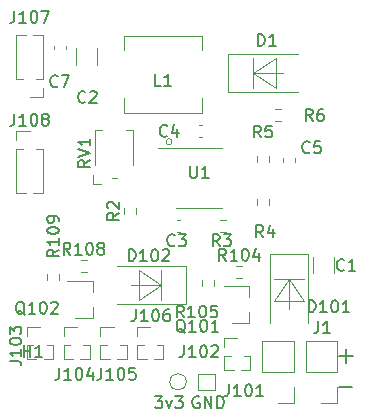
<source format=gbr>
%TF.GenerationSoftware,KiCad,Pcbnew,(5.1.9)-1*%
%TF.CreationDate,2021-12-28T23:28:00-05:00*%
%TF.ProjectId,vr15,76723135-2e6b-4696-9361-645f70636258,rev?*%
%TF.SameCoordinates,Original*%
%TF.FileFunction,Legend,Top*%
%TF.FilePolarity,Positive*%
%FSLAX46Y46*%
G04 Gerber Fmt 4.6, Leading zero omitted, Abs format (unit mm)*
G04 Created by KiCad (PCBNEW (5.1.9)-1) date 2021-12-28 23:28:00*
%MOMM*%
%LPD*%
G01*
G04 APERTURE LIST*
%ADD10C,0.150000*%
%ADD11C,0.120000*%
G04 APERTURE END LIST*
D10*
X99647523Y-118070380D02*
X100266571Y-118070380D01*
X99933238Y-118451333D01*
X100076095Y-118451333D01*
X100171333Y-118498952D01*
X100218952Y-118546571D01*
X100266571Y-118641809D01*
X100266571Y-118879904D01*
X100218952Y-118975142D01*
X100171333Y-119022761D01*
X100076095Y-119070380D01*
X99790380Y-119070380D01*
X99695142Y-119022761D01*
X99647523Y-118975142D01*
X100599904Y-118403714D02*
X100838000Y-119070380D01*
X101076095Y-118403714D01*
X101361809Y-118070380D02*
X101980857Y-118070380D01*
X101647523Y-118451333D01*
X101790380Y-118451333D01*
X101885619Y-118498952D01*
X101933238Y-118546571D01*
X101980857Y-118641809D01*
X101980857Y-118879904D01*
X101933238Y-118975142D01*
X101885619Y-119022761D01*
X101790380Y-119070380D01*
X101504666Y-119070380D01*
X101409428Y-119022761D01*
X101361809Y-118975142D01*
X103378095Y-118118000D02*
X103282857Y-118070380D01*
X103140000Y-118070380D01*
X102997142Y-118118000D01*
X102901904Y-118213238D01*
X102854285Y-118308476D01*
X102806666Y-118498952D01*
X102806666Y-118641809D01*
X102854285Y-118832285D01*
X102901904Y-118927523D01*
X102997142Y-119022761D01*
X103140000Y-119070380D01*
X103235238Y-119070380D01*
X103378095Y-119022761D01*
X103425714Y-118975142D01*
X103425714Y-118641809D01*
X103235238Y-118641809D01*
X103854285Y-119070380D02*
X103854285Y-118070380D01*
X104425714Y-119070380D01*
X104425714Y-118070380D01*
X104901904Y-119070380D02*
X104901904Y-118070380D01*
X105140000Y-118070380D01*
X105282857Y-118118000D01*
X105378095Y-118213238D01*
X105425714Y-118308476D01*
X105473333Y-118498952D01*
X105473333Y-118641809D01*
X105425714Y-118832285D01*
X105378095Y-118927523D01*
X105282857Y-119022761D01*
X105140000Y-119070380D01*
X104901904Y-119070380D01*
X115189071Y-117264642D02*
X116331928Y-117264642D01*
X115252571Y-114661142D02*
X116395428Y-114661142D01*
X115824000Y-115232571D02*
X115824000Y-114089714D01*
D11*
%TO.C,J107*%
X90137000Y-92708000D02*
X89027000Y-92708000D01*
X90137000Y-91948000D02*
X90137000Y-92708000D01*
X88463529Y-91188000D02*
X87917000Y-91188000D01*
X90137000Y-91188000D02*
X89590471Y-91188000D01*
X87917000Y-91188000D02*
X87917000Y-87443000D01*
X90137000Y-91188000D02*
X90137000Y-87443000D01*
X88719470Y-87443000D02*
X87917000Y-87443000D01*
X90137000Y-87443000D02*
X89334530Y-87443000D01*
%TO.C,TP2*%
X103300000Y-117540000D02*
X103300000Y-116140000D01*
X104700000Y-117540000D02*
X103300000Y-117540000D01*
X104700000Y-116140000D02*
X104700000Y-117540000D01*
X103300000Y-116140000D02*
X104700000Y-116140000D01*
%TO.C,TP1*%
X102300000Y-116840000D02*
G75*
G03*
X102300000Y-116840000I-700000J0D01*
G01*
%TO.C,RV1*%
X94402500Y-100062000D02*
X95102500Y-100062000D01*
X94402500Y-99362000D02*
X94402500Y-100062000D01*
X97802500Y-95562000D02*
X97202500Y-95562000D01*
X97802500Y-98462000D02*
X97802500Y-95562000D01*
X94602500Y-95562000D02*
X95202500Y-95562000D01*
X94602500Y-98462000D02*
X94602500Y-95562000D01*
X96002500Y-99562000D02*
X96402500Y-99562000D01*
%TO.C,U1*%
X101092000Y-96520000D02*
G75*
G03*
X101092000Y-96520000I-254000J0D01*
G01*
X103378000Y-102128000D02*
X105328000Y-102128000D01*
X103378000Y-102128000D02*
X101428000Y-102128000D01*
X103378000Y-97008000D02*
X105328000Y-97008000D01*
X103378000Y-97008000D02*
X99928000Y-97008000D01*
%TO.C,D102*%
X102281000Y-107063500D02*
X96421000Y-107063500D01*
X102281000Y-110233500D02*
X102281000Y-107063500D01*
X96421000Y-110233500D02*
X102281000Y-110233500D01*
X100191000Y-107378500D02*
X100191000Y-109918500D01*
X100191000Y-108648500D02*
X98286000Y-109918500D01*
X98286000Y-109918500D02*
X98286000Y-107378500D01*
X98286000Y-107378500D02*
X100191000Y-108648500D01*
X100191000Y-108648500D02*
X97651000Y-108648500D01*
%TO.C,D101*%
X109413000Y-106038500D02*
X109413000Y-111898500D01*
X112583000Y-106038500D02*
X109413000Y-106038500D01*
X112583000Y-111898500D02*
X112583000Y-106038500D01*
X109728000Y-108128500D02*
X112268000Y-108128500D01*
X110998000Y-108128500D02*
X112268000Y-110033500D01*
X112268000Y-110033500D02*
X109728000Y-110033500D01*
X109728000Y-110033500D02*
X110998000Y-108128500D01*
X110998000Y-108128500D02*
X110998000Y-110668500D01*
%TO.C,D1*%
X105860000Y-92263000D02*
X111720000Y-92263000D01*
X105860000Y-89093000D02*
X105860000Y-92263000D01*
X111720000Y-89093000D02*
X105860000Y-89093000D01*
X107950000Y-91948000D02*
X107950000Y-89408000D01*
X107950000Y-90678000D02*
X109855000Y-89408000D01*
X109855000Y-89408000D02*
X109855000Y-91948000D01*
X109855000Y-91948000D02*
X107950000Y-90678000D01*
X107950000Y-90678000D02*
X110490000Y-90678000D01*
%TO.C,J101*%
X111375500Y-118614500D02*
X110045500Y-118614500D01*
X111375500Y-117284500D02*
X111375500Y-118614500D01*
X111375500Y-116014500D02*
X108715500Y-116014500D01*
X108715500Y-116014500D02*
X108715500Y-113414500D01*
X111375500Y-116014500D02*
X111375500Y-113414500D01*
X111375500Y-113414500D02*
X108715500Y-113414500D01*
%TO.C,J102*%
X105506500Y-113095500D02*
X106616500Y-113095500D01*
X105506500Y-113855500D02*
X105506500Y-113095500D01*
X107179971Y-114615500D02*
X107726500Y-114615500D01*
X105506500Y-114615500D02*
X106053029Y-114615500D01*
X107726500Y-114615500D02*
X107726500Y-115820500D01*
X105506500Y-114615500D02*
X105506500Y-115820500D01*
X106924030Y-115820500D02*
X107726500Y-115820500D01*
X105506500Y-115820500D02*
X106308970Y-115820500D01*
%TO.C,J106*%
X98140500Y-112206500D02*
X99250500Y-112206500D01*
X98140500Y-112966500D02*
X98140500Y-112206500D01*
X99813971Y-113726500D02*
X100360500Y-113726500D01*
X98140500Y-113726500D02*
X98687029Y-113726500D01*
X100360500Y-113726500D02*
X100360500Y-114931500D01*
X98140500Y-113726500D02*
X98140500Y-114931500D01*
X99558030Y-114931500D02*
X100360500Y-114931500D01*
X98140500Y-114931500D02*
X98942970Y-114931500D01*
%TO.C,J105*%
X95029000Y-112206500D02*
X96139000Y-112206500D01*
X95029000Y-112966500D02*
X95029000Y-112206500D01*
X96702471Y-113726500D02*
X97249000Y-113726500D01*
X95029000Y-113726500D02*
X95575529Y-113726500D01*
X97249000Y-113726500D02*
X97249000Y-114931500D01*
X95029000Y-113726500D02*
X95029000Y-114931500D01*
X96446530Y-114931500D02*
X97249000Y-114931500D01*
X95029000Y-114931500D02*
X95831470Y-114931500D01*
%TO.C,J104*%
X91917500Y-112206500D02*
X93027500Y-112206500D01*
X91917500Y-112966500D02*
X91917500Y-112206500D01*
X93590971Y-113726500D02*
X94137500Y-113726500D01*
X91917500Y-113726500D02*
X92464029Y-113726500D01*
X94137500Y-113726500D02*
X94137500Y-114931500D01*
X91917500Y-113726500D02*
X91917500Y-114931500D01*
X93335030Y-114931500D02*
X94137500Y-114931500D01*
X91917500Y-114931500D02*
X92719970Y-114931500D01*
%TO.C,J103*%
X88806000Y-112206500D02*
X89916000Y-112206500D01*
X88806000Y-112966500D02*
X88806000Y-112206500D01*
X90479471Y-113726500D02*
X91026000Y-113726500D01*
X88806000Y-113726500D02*
X89352529Y-113726500D01*
X91026000Y-113726500D02*
X91026000Y-114931500D01*
X88806000Y-113726500D02*
X88806000Y-114931500D01*
X90223530Y-114931500D02*
X91026000Y-114931500D01*
X88806000Y-114931500D02*
X89608470Y-114931500D01*
%TO.C,L1*%
X103605000Y-92819500D02*
X103605000Y-94080000D01*
X103605000Y-94080000D02*
X97055000Y-94080000D01*
X97055000Y-94080000D02*
X97055000Y-92819500D01*
X103605000Y-88790500D02*
X103605000Y-87530000D01*
X103605000Y-87530000D02*
X97055000Y-87530000D01*
X97055000Y-87530000D02*
X97055000Y-88790500D01*
%TO.C,J1*%
X115058500Y-113414500D02*
X112398500Y-113414500D01*
X115058500Y-116014500D02*
X115058500Y-113414500D01*
X112398500Y-116014500D02*
X112398500Y-113414500D01*
X115058500Y-116014500D02*
X112398500Y-116014500D01*
X115058500Y-117284500D02*
X115058500Y-118614500D01*
X115058500Y-118614500D02*
X113728500Y-118614500D01*
%TO.C,R3*%
X105131776Y-103109500D02*
X105641224Y-103109500D01*
X105131776Y-104154500D02*
X105641224Y-104154500D01*
%TO.C,R2*%
X98058500Y-102107276D02*
X98058500Y-102616724D01*
X97013500Y-102107276D02*
X97013500Y-102616724D01*
%TO.C,R4*%
X109298000Y-101368776D02*
X109298000Y-101878224D01*
X108253000Y-101368776D02*
X108253000Y-101878224D01*
%TO.C,R6*%
X109814276Y-93711500D02*
X110323724Y-93711500D01*
X109814276Y-94756500D02*
X110323724Y-94756500D01*
%TO.C,R5*%
X108253000Y-98258724D02*
X108253000Y-97749276D01*
X109298000Y-98258724D02*
X109298000Y-97749276D01*
%TO.C,J108*%
X87917000Y-100898000D02*
X88719470Y-100898000D01*
X89334530Y-100898000D02*
X90137000Y-100898000D01*
X87917000Y-97153000D02*
X87917000Y-100898000D01*
X90137000Y-97153000D02*
X90137000Y-100898000D01*
X87917000Y-97153000D02*
X88463529Y-97153000D01*
X89590471Y-97153000D02*
X90137000Y-97153000D01*
X87917000Y-96393000D02*
X87917000Y-95633000D01*
X87917000Y-95633000D02*
X89027000Y-95633000D01*
%TO.C,C7*%
X91057000Y-88702267D02*
X91057000Y-88409733D01*
X92077000Y-88702267D02*
X92077000Y-88409733D01*
%TO.C,C2*%
X92943000Y-89992252D02*
X92943000Y-88569748D01*
X94763000Y-89992252D02*
X94763000Y-88569748D01*
%TO.C,C3*%
X101480233Y-103122000D02*
X101772767Y-103122000D01*
X101480233Y-104142000D02*
X101772767Y-104142000D01*
%TO.C,C4*%
X103651267Y-96141000D02*
X103358733Y-96141000D01*
X103651267Y-95121000D02*
X103358733Y-95121000D01*
%TO.C,C1*%
X113009000Y-107670252D02*
X113009000Y-106247748D01*
X114829000Y-107670252D02*
X114829000Y-106247748D01*
%TO.C,C5*%
X110488000Y-98190267D02*
X110488000Y-97897733D01*
X111508000Y-98190267D02*
X111508000Y-97897733D01*
%TO.C,R108*%
X93344276Y-106538500D02*
X93853724Y-106538500D01*
X93344276Y-107583500D02*
X93853724Y-107583500D01*
%TO.C,R104*%
X106528776Y-107046500D02*
X107038224Y-107046500D01*
X106528776Y-108091500D02*
X107038224Y-108091500D01*
%TO.C,R109*%
X90473000Y-108228224D02*
X90473000Y-107718776D01*
X91518000Y-108228224D02*
X91518000Y-107718776D01*
%TO.C,R105*%
X104662500Y-108203276D02*
X104662500Y-108712724D01*
X103617500Y-108203276D02*
X103617500Y-108712724D01*
%TO.C,Q102*%
X94375000Y-111435000D02*
X94375000Y-110505000D01*
X94375000Y-108275000D02*
X94375000Y-109205000D01*
X94375000Y-108275000D02*
X92215000Y-108275000D01*
X94375000Y-111435000D02*
X92915000Y-111435000D01*
%TO.C,Q101*%
X107614500Y-111877000D02*
X107614500Y-110947000D01*
X107614500Y-108717000D02*
X107614500Y-109647000D01*
X107614500Y-108717000D02*
X105454500Y-108717000D01*
X107614500Y-111877000D02*
X106154500Y-111877000D01*
%TO.C,H1*%
D10*
X88519095Y-114727380D02*
X88519095Y-113727380D01*
X88519095Y-114203571D02*
X89090523Y-114203571D01*
X89090523Y-114727380D02*
X89090523Y-113727380D01*
X90090523Y-114727380D02*
X89519095Y-114727380D01*
X89804809Y-114727380D02*
X89804809Y-113727380D01*
X89709571Y-113870238D01*
X89614333Y-113965476D01*
X89519095Y-114013095D01*
%TO.C,J107*%
X87741285Y-85431380D02*
X87741285Y-86145666D01*
X87693666Y-86288523D01*
X87598428Y-86383761D01*
X87455571Y-86431380D01*
X87360333Y-86431380D01*
X88741285Y-86431380D02*
X88169857Y-86431380D01*
X88455571Y-86431380D02*
X88455571Y-85431380D01*
X88360333Y-85574238D01*
X88265095Y-85669476D01*
X88169857Y-85717095D01*
X89360333Y-85431380D02*
X89455571Y-85431380D01*
X89550809Y-85479000D01*
X89598428Y-85526619D01*
X89646047Y-85621857D01*
X89693666Y-85812333D01*
X89693666Y-86050428D01*
X89646047Y-86240904D01*
X89598428Y-86336142D01*
X89550809Y-86383761D01*
X89455571Y-86431380D01*
X89360333Y-86431380D01*
X89265095Y-86383761D01*
X89217476Y-86336142D01*
X89169857Y-86240904D01*
X89122238Y-86050428D01*
X89122238Y-85812333D01*
X89169857Y-85621857D01*
X89217476Y-85526619D01*
X89265095Y-85479000D01*
X89360333Y-85431380D01*
X90027000Y-85431380D02*
X90693666Y-85431380D01*
X90265095Y-86431380D01*
%TO.C,RV1*%
X94154880Y-98057238D02*
X93678690Y-98390571D01*
X94154880Y-98628666D02*
X93154880Y-98628666D01*
X93154880Y-98247714D01*
X93202500Y-98152476D01*
X93250119Y-98104857D01*
X93345357Y-98057238D01*
X93488214Y-98057238D01*
X93583452Y-98104857D01*
X93631071Y-98152476D01*
X93678690Y-98247714D01*
X93678690Y-98628666D01*
X93154880Y-97771523D02*
X94154880Y-97438190D01*
X93154880Y-97104857D01*
X94154880Y-96247714D02*
X94154880Y-96819142D01*
X94154880Y-96533428D02*
X93154880Y-96533428D01*
X93297738Y-96628666D01*
X93392976Y-96723904D01*
X93440595Y-96819142D01*
%TO.C,U1*%
X102616095Y-98575880D02*
X102616095Y-99385404D01*
X102663714Y-99480642D01*
X102711333Y-99528261D01*
X102806571Y-99575880D01*
X102997047Y-99575880D01*
X103092285Y-99528261D01*
X103139904Y-99480642D01*
X103187523Y-99385404D01*
X103187523Y-98575880D01*
X104187523Y-99575880D02*
X103616095Y-99575880D01*
X103901809Y-99575880D02*
X103901809Y-98575880D01*
X103806571Y-98718738D01*
X103711333Y-98813976D01*
X103616095Y-98861595D01*
%TO.C,D102*%
X97433023Y-106624380D02*
X97433023Y-105624380D01*
X97671119Y-105624380D01*
X97813976Y-105672000D01*
X97909214Y-105767238D01*
X97956833Y-105862476D01*
X98004452Y-106052952D01*
X98004452Y-106195809D01*
X97956833Y-106386285D01*
X97909214Y-106481523D01*
X97813976Y-106576761D01*
X97671119Y-106624380D01*
X97433023Y-106624380D01*
X98956833Y-106624380D02*
X98385404Y-106624380D01*
X98671119Y-106624380D02*
X98671119Y-105624380D01*
X98575880Y-105767238D01*
X98480642Y-105862476D01*
X98385404Y-105910095D01*
X99575880Y-105624380D02*
X99671119Y-105624380D01*
X99766357Y-105672000D01*
X99813976Y-105719619D01*
X99861595Y-105814857D01*
X99909214Y-106005333D01*
X99909214Y-106243428D01*
X99861595Y-106433904D01*
X99813976Y-106529142D01*
X99766357Y-106576761D01*
X99671119Y-106624380D01*
X99575880Y-106624380D01*
X99480642Y-106576761D01*
X99433023Y-106529142D01*
X99385404Y-106433904D01*
X99337785Y-106243428D01*
X99337785Y-106005333D01*
X99385404Y-105814857D01*
X99433023Y-105719619D01*
X99480642Y-105672000D01*
X99575880Y-105624380D01*
X100290166Y-105719619D02*
X100337785Y-105672000D01*
X100433023Y-105624380D01*
X100671119Y-105624380D01*
X100766357Y-105672000D01*
X100813976Y-105719619D01*
X100861595Y-105814857D01*
X100861595Y-105910095D01*
X100813976Y-106052952D01*
X100242547Y-106624380D01*
X100861595Y-106624380D01*
%TO.C,D101*%
X112673023Y-110942380D02*
X112673023Y-109942380D01*
X112911119Y-109942380D01*
X113053976Y-109990000D01*
X113149214Y-110085238D01*
X113196833Y-110180476D01*
X113244452Y-110370952D01*
X113244452Y-110513809D01*
X113196833Y-110704285D01*
X113149214Y-110799523D01*
X113053976Y-110894761D01*
X112911119Y-110942380D01*
X112673023Y-110942380D01*
X114196833Y-110942380D02*
X113625404Y-110942380D01*
X113911119Y-110942380D02*
X113911119Y-109942380D01*
X113815880Y-110085238D01*
X113720642Y-110180476D01*
X113625404Y-110228095D01*
X114815880Y-109942380D02*
X114911119Y-109942380D01*
X115006357Y-109990000D01*
X115053976Y-110037619D01*
X115101595Y-110132857D01*
X115149214Y-110323333D01*
X115149214Y-110561428D01*
X115101595Y-110751904D01*
X115053976Y-110847142D01*
X115006357Y-110894761D01*
X114911119Y-110942380D01*
X114815880Y-110942380D01*
X114720642Y-110894761D01*
X114673023Y-110847142D01*
X114625404Y-110751904D01*
X114577785Y-110561428D01*
X114577785Y-110323333D01*
X114625404Y-110132857D01*
X114673023Y-110037619D01*
X114720642Y-109990000D01*
X114815880Y-109942380D01*
X116101595Y-110942380D02*
X115530166Y-110942380D01*
X115815880Y-110942380D02*
X115815880Y-109942380D01*
X115720642Y-110085238D01*
X115625404Y-110180476D01*
X115530166Y-110228095D01*
%TO.C,D1*%
X108366904Y-88399880D02*
X108366904Y-87399880D01*
X108605000Y-87399880D01*
X108747857Y-87447500D01*
X108843095Y-87542738D01*
X108890714Y-87637976D01*
X108938333Y-87828452D01*
X108938333Y-87971309D01*
X108890714Y-88161785D01*
X108843095Y-88257023D01*
X108747857Y-88352261D01*
X108605000Y-88399880D01*
X108366904Y-88399880D01*
X109890714Y-88399880D02*
X109319285Y-88399880D01*
X109605000Y-88399880D02*
X109605000Y-87399880D01*
X109509761Y-87542738D01*
X109414523Y-87637976D01*
X109319285Y-87685595D01*
%TO.C,J101*%
X105902285Y-117054380D02*
X105902285Y-117768666D01*
X105854666Y-117911523D01*
X105759428Y-118006761D01*
X105616571Y-118054380D01*
X105521333Y-118054380D01*
X106902285Y-118054380D02*
X106330857Y-118054380D01*
X106616571Y-118054380D02*
X106616571Y-117054380D01*
X106521333Y-117197238D01*
X106426095Y-117292476D01*
X106330857Y-117340095D01*
X107521333Y-117054380D02*
X107616571Y-117054380D01*
X107711809Y-117102000D01*
X107759428Y-117149619D01*
X107807047Y-117244857D01*
X107854666Y-117435333D01*
X107854666Y-117673428D01*
X107807047Y-117863904D01*
X107759428Y-117959142D01*
X107711809Y-118006761D01*
X107616571Y-118054380D01*
X107521333Y-118054380D01*
X107426095Y-118006761D01*
X107378476Y-117959142D01*
X107330857Y-117863904D01*
X107283238Y-117673428D01*
X107283238Y-117435333D01*
X107330857Y-117244857D01*
X107378476Y-117149619D01*
X107426095Y-117102000D01*
X107521333Y-117054380D01*
X108807047Y-118054380D02*
X108235619Y-118054380D01*
X108521333Y-118054380D02*
X108521333Y-117054380D01*
X108426095Y-117197238D01*
X108330857Y-117292476D01*
X108235619Y-117340095D01*
%TO.C,J102*%
X102092285Y-113752380D02*
X102092285Y-114466666D01*
X102044666Y-114609523D01*
X101949428Y-114704761D01*
X101806571Y-114752380D01*
X101711333Y-114752380D01*
X103092285Y-114752380D02*
X102520857Y-114752380D01*
X102806571Y-114752380D02*
X102806571Y-113752380D01*
X102711333Y-113895238D01*
X102616095Y-113990476D01*
X102520857Y-114038095D01*
X103711333Y-113752380D02*
X103806571Y-113752380D01*
X103901809Y-113800000D01*
X103949428Y-113847619D01*
X103997047Y-113942857D01*
X104044666Y-114133333D01*
X104044666Y-114371428D01*
X103997047Y-114561904D01*
X103949428Y-114657142D01*
X103901809Y-114704761D01*
X103806571Y-114752380D01*
X103711333Y-114752380D01*
X103616095Y-114704761D01*
X103568476Y-114657142D01*
X103520857Y-114561904D01*
X103473238Y-114371428D01*
X103473238Y-114133333D01*
X103520857Y-113942857D01*
X103568476Y-113847619D01*
X103616095Y-113800000D01*
X103711333Y-113752380D01*
X104425619Y-113847619D02*
X104473238Y-113800000D01*
X104568476Y-113752380D01*
X104806571Y-113752380D01*
X104901809Y-113800000D01*
X104949428Y-113847619D01*
X104997047Y-113942857D01*
X104997047Y-114038095D01*
X104949428Y-114180952D01*
X104378000Y-114752380D01*
X104997047Y-114752380D01*
%TO.C,J106*%
X98028285Y-110704380D02*
X98028285Y-111418666D01*
X97980666Y-111561523D01*
X97885428Y-111656761D01*
X97742571Y-111704380D01*
X97647333Y-111704380D01*
X99028285Y-111704380D02*
X98456857Y-111704380D01*
X98742571Y-111704380D02*
X98742571Y-110704380D01*
X98647333Y-110847238D01*
X98552095Y-110942476D01*
X98456857Y-110990095D01*
X99647333Y-110704380D02*
X99742571Y-110704380D01*
X99837809Y-110752000D01*
X99885428Y-110799619D01*
X99933047Y-110894857D01*
X99980666Y-111085333D01*
X99980666Y-111323428D01*
X99933047Y-111513904D01*
X99885428Y-111609142D01*
X99837809Y-111656761D01*
X99742571Y-111704380D01*
X99647333Y-111704380D01*
X99552095Y-111656761D01*
X99504476Y-111609142D01*
X99456857Y-111513904D01*
X99409238Y-111323428D01*
X99409238Y-111085333D01*
X99456857Y-110894857D01*
X99504476Y-110799619D01*
X99552095Y-110752000D01*
X99647333Y-110704380D01*
X100837809Y-110704380D02*
X100647333Y-110704380D01*
X100552095Y-110752000D01*
X100504476Y-110799619D01*
X100409238Y-110942476D01*
X100361619Y-111132952D01*
X100361619Y-111513904D01*
X100409238Y-111609142D01*
X100456857Y-111656761D01*
X100552095Y-111704380D01*
X100742571Y-111704380D01*
X100837809Y-111656761D01*
X100885428Y-111609142D01*
X100933047Y-111513904D01*
X100933047Y-111275809D01*
X100885428Y-111180571D01*
X100837809Y-111132952D01*
X100742571Y-111085333D01*
X100552095Y-111085333D01*
X100456857Y-111132952D01*
X100409238Y-111180571D01*
X100361619Y-111275809D01*
%TO.C,J105*%
X95107285Y-115657380D02*
X95107285Y-116371666D01*
X95059666Y-116514523D01*
X94964428Y-116609761D01*
X94821571Y-116657380D01*
X94726333Y-116657380D01*
X96107285Y-116657380D02*
X95535857Y-116657380D01*
X95821571Y-116657380D02*
X95821571Y-115657380D01*
X95726333Y-115800238D01*
X95631095Y-115895476D01*
X95535857Y-115943095D01*
X96726333Y-115657380D02*
X96821571Y-115657380D01*
X96916809Y-115705000D01*
X96964428Y-115752619D01*
X97012047Y-115847857D01*
X97059666Y-116038333D01*
X97059666Y-116276428D01*
X97012047Y-116466904D01*
X96964428Y-116562142D01*
X96916809Y-116609761D01*
X96821571Y-116657380D01*
X96726333Y-116657380D01*
X96631095Y-116609761D01*
X96583476Y-116562142D01*
X96535857Y-116466904D01*
X96488238Y-116276428D01*
X96488238Y-116038333D01*
X96535857Y-115847857D01*
X96583476Y-115752619D01*
X96631095Y-115705000D01*
X96726333Y-115657380D01*
X97964428Y-115657380D02*
X97488238Y-115657380D01*
X97440619Y-116133571D01*
X97488238Y-116085952D01*
X97583476Y-116038333D01*
X97821571Y-116038333D01*
X97916809Y-116085952D01*
X97964428Y-116133571D01*
X98012047Y-116228809D01*
X98012047Y-116466904D01*
X97964428Y-116562142D01*
X97916809Y-116609761D01*
X97821571Y-116657380D01*
X97583476Y-116657380D01*
X97488238Y-116609761D01*
X97440619Y-116562142D01*
%TO.C,J104*%
X91551285Y-115657380D02*
X91551285Y-116371666D01*
X91503666Y-116514523D01*
X91408428Y-116609761D01*
X91265571Y-116657380D01*
X91170333Y-116657380D01*
X92551285Y-116657380D02*
X91979857Y-116657380D01*
X92265571Y-116657380D02*
X92265571Y-115657380D01*
X92170333Y-115800238D01*
X92075095Y-115895476D01*
X91979857Y-115943095D01*
X93170333Y-115657380D02*
X93265571Y-115657380D01*
X93360809Y-115705000D01*
X93408428Y-115752619D01*
X93456047Y-115847857D01*
X93503666Y-116038333D01*
X93503666Y-116276428D01*
X93456047Y-116466904D01*
X93408428Y-116562142D01*
X93360809Y-116609761D01*
X93265571Y-116657380D01*
X93170333Y-116657380D01*
X93075095Y-116609761D01*
X93027476Y-116562142D01*
X92979857Y-116466904D01*
X92932238Y-116276428D01*
X92932238Y-116038333D01*
X92979857Y-115847857D01*
X93027476Y-115752619D01*
X93075095Y-115705000D01*
X93170333Y-115657380D01*
X94360809Y-115990714D02*
X94360809Y-116657380D01*
X94122714Y-115609761D02*
X93884619Y-116324047D01*
X94503666Y-116324047D01*
%TO.C,J103*%
X87336380Y-115077714D02*
X88050666Y-115077714D01*
X88193523Y-115125333D01*
X88288761Y-115220571D01*
X88336380Y-115363428D01*
X88336380Y-115458666D01*
X88336380Y-114077714D02*
X88336380Y-114649142D01*
X88336380Y-114363428D02*
X87336380Y-114363428D01*
X87479238Y-114458666D01*
X87574476Y-114553904D01*
X87622095Y-114649142D01*
X87336380Y-113458666D02*
X87336380Y-113363428D01*
X87384000Y-113268190D01*
X87431619Y-113220571D01*
X87526857Y-113172952D01*
X87717333Y-113125333D01*
X87955428Y-113125333D01*
X88145904Y-113172952D01*
X88241142Y-113220571D01*
X88288761Y-113268190D01*
X88336380Y-113363428D01*
X88336380Y-113458666D01*
X88288761Y-113553904D01*
X88241142Y-113601523D01*
X88145904Y-113649142D01*
X87955428Y-113696761D01*
X87717333Y-113696761D01*
X87526857Y-113649142D01*
X87431619Y-113601523D01*
X87384000Y-113553904D01*
X87336380Y-113458666D01*
X87336380Y-112792000D02*
X87336380Y-112172952D01*
X87717333Y-112506285D01*
X87717333Y-112363428D01*
X87764952Y-112268190D01*
X87812571Y-112220571D01*
X87907809Y-112172952D01*
X88145904Y-112172952D01*
X88241142Y-112220571D01*
X88288761Y-112268190D01*
X88336380Y-112363428D01*
X88336380Y-112649142D01*
X88288761Y-112744380D01*
X88241142Y-112792000D01*
%TO.C,L1*%
X100163333Y-91765380D02*
X99687142Y-91765380D01*
X99687142Y-90765380D01*
X101020476Y-91765380D02*
X100449047Y-91765380D01*
X100734761Y-91765380D02*
X100734761Y-90765380D01*
X100639523Y-90908238D01*
X100544285Y-91003476D01*
X100449047Y-91051095D01*
%TO.C,J1*%
X113458666Y-111720380D02*
X113458666Y-112434666D01*
X113411047Y-112577523D01*
X113315809Y-112672761D01*
X113172952Y-112720380D01*
X113077714Y-112720380D01*
X114458666Y-112720380D02*
X113887238Y-112720380D01*
X114172952Y-112720380D02*
X114172952Y-111720380D01*
X114077714Y-111863238D01*
X113982476Y-111958476D01*
X113887238Y-112006095D01*
%TO.C,R3*%
X105116333Y-105354380D02*
X104783000Y-104878190D01*
X104544904Y-105354380D02*
X104544904Y-104354380D01*
X104925857Y-104354380D01*
X105021095Y-104402000D01*
X105068714Y-104449619D01*
X105116333Y-104544857D01*
X105116333Y-104687714D01*
X105068714Y-104782952D01*
X105021095Y-104830571D01*
X104925857Y-104878190D01*
X104544904Y-104878190D01*
X105449666Y-104354380D02*
X106068714Y-104354380D01*
X105735380Y-104735333D01*
X105878238Y-104735333D01*
X105973476Y-104782952D01*
X106021095Y-104830571D01*
X106068714Y-104925809D01*
X106068714Y-105163904D01*
X106021095Y-105259142D01*
X105973476Y-105306761D01*
X105878238Y-105354380D01*
X105592523Y-105354380D01*
X105497285Y-105306761D01*
X105449666Y-105259142D01*
%TO.C,R2*%
X96591380Y-102528666D02*
X96115190Y-102862000D01*
X96591380Y-103100095D02*
X95591380Y-103100095D01*
X95591380Y-102719142D01*
X95639000Y-102623904D01*
X95686619Y-102576285D01*
X95781857Y-102528666D01*
X95924714Y-102528666D01*
X96019952Y-102576285D01*
X96067571Y-102623904D01*
X96115190Y-102719142D01*
X96115190Y-103100095D01*
X95686619Y-102147714D02*
X95639000Y-102100095D01*
X95591380Y-102004857D01*
X95591380Y-101766761D01*
X95639000Y-101671523D01*
X95686619Y-101623904D01*
X95781857Y-101576285D01*
X95877095Y-101576285D01*
X96019952Y-101623904D01*
X96591380Y-102195333D01*
X96591380Y-101576285D01*
%TO.C,R4*%
X108799333Y-104592380D02*
X108466000Y-104116190D01*
X108227904Y-104592380D02*
X108227904Y-103592380D01*
X108608857Y-103592380D01*
X108704095Y-103640000D01*
X108751714Y-103687619D01*
X108799333Y-103782857D01*
X108799333Y-103925714D01*
X108751714Y-104020952D01*
X108704095Y-104068571D01*
X108608857Y-104116190D01*
X108227904Y-104116190D01*
X109656476Y-103925714D02*
X109656476Y-104592380D01*
X109418380Y-103544761D02*
X109180285Y-104259047D01*
X109799333Y-104259047D01*
%TO.C,R6*%
X112990333Y-94749880D02*
X112657000Y-94273690D01*
X112418904Y-94749880D02*
X112418904Y-93749880D01*
X112799857Y-93749880D01*
X112895095Y-93797500D01*
X112942714Y-93845119D01*
X112990333Y-93940357D01*
X112990333Y-94083214D01*
X112942714Y-94178452D01*
X112895095Y-94226071D01*
X112799857Y-94273690D01*
X112418904Y-94273690D01*
X113847476Y-93749880D02*
X113657000Y-93749880D01*
X113561761Y-93797500D01*
X113514142Y-93845119D01*
X113418904Y-93987976D01*
X113371285Y-94178452D01*
X113371285Y-94559404D01*
X113418904Y-94654642D01*
X113466523Y-94702261D01*
X113561761Y-94749880D01*
X113752238Y-94749880D01*
X113847476Y-94702261D01*
X113895095Y-94654642D01*
X113942714Y-94559404D01*
X113942714Y-94321309D01*
X113895095Y-94226071D01*
X113847476Y-94178452D01*
X113752238Y-94130833D01*
X113561761Y-94130833D01*
X113466523Y-94178452D01*
X113418904Y-94226071D01*
X113371285Y-94321309D01*
%TO.C,R5*%
X108608833Y-96146880D02*
X108275500Y-95670690D01*
X108037404Y-96146880D02*
X108037404Y-95146880D01*
X108418357Y-95146880D01*
X108513595Y-95194500D01*
X108561214Y-95242119D01*
X108608833Y-95337357D01*
X108608833Y-95480214D01*
X108561214Y-95575452D01*
X108513595Y-95623071D01*
X108418357Y-95670690D01*
X108037404Y-95670690D01*
X109513595Y-95146880D02*
X109037404Y-95146880D01*
X108989785Y-95623071D01*
X109037404Y-95575452D01*
X109132642Y-95527833D01*
X109370738Y-95527833D01*
X109465976Y-95575452D01*
X109513595Y-95623071D01*
X109561214Y-95718309D01*
X109561214Y-95956404D01*
X109513595Y-96051642D01*
X109465976Y-96099261D01*
X109370738Y-96146880D01*
X109132642Y-96146880D01*
X109037404Y-96099261D01*
X108989785Y-96051642D01*
%TO.C,J108*%
X87741285Y-94150380D02*
X87741285Y-94864666D01*
X87693666Y-95007523D01*
X87598428Y-95102761D01*
X87455571Y-95150380D01*
X87360333Y-95150380D01*
X88741285Y-95150380D02*
X88169857Y-95150380D01*
X88455571Y-95150380D02*
X88455571Y-94150380D01*
X88360333Y-94293238D01*
X88265095Y-94388476D01*
X88169857Y-94436095D01*
X89360333Y-94150380D02*
X89455571Y-94150380D01*
X89550809Y-94198000D01*
X89598428Y-94245619D01*
X89646047Y-94340857D01*
X89693666Y-94531333D01*
X89693666Y-94769428D01*
X89646047Y-94959904D01*
X89598428Y-95055142D01*
X89550809Y-95102761D01*
X89455571Y-95150380D01*
X89360333Y-95150380D01*
X89265095Y-95102761D01*
X89217476Y-95055142D01*
X89169857Y-94959904D01*
X89122238Y-94769428D01*
X89122238Y-94531333D01*
X89169857Y-94340857D01*
X89217476Y-94245619D01*
X89265095Y-94198000D01*
X89360333Y-94150380D01*
X90265095Y-94578952D02*
X90169857Y-94531333D01*
X90122238Y-94483714D01*
X90074619Y-94388476D01*
X90074619Y-94340857D01*
X90122238Y-94245619D01*
X90169857Y-94198000D01*
X90265095Y-94150380D01*
X90455571Y-94150380D01*
X90550809Y-94198000D01*
X90598428Y-94245619D01*
X90646047Y-94340857D01*
X90646047Y-94388476D01*
X90598428Y-94483714D01*
X90550809Y-94531333D01*
X90455571Y-94578952D01*
X90265095Y-94578952D01*
X90169857Y-94626571D01*
X90122238Y-94674190D01*
X90074619Y-94769428D01*
X90074619Y-94959904D01*
X90122238Y-95055142D01*
X90169857Y-95102761D01*
X90265095Y-95150380D01*
X90455571Y-95150380D01*
X90550809Y-95102761D01*
X90598428Y-95055142D01*
X90646047Y-94959904D01*
X90646047Y-94769428D01*
X90598428Y-94674190D01*
X90550809Y-94626571D01*
X90455571Y-94578952D01*
%TO.C,C7*%
X91400333Y-91797142D02*
X91352714Y-91844761D01*
X91209857Y-91892380D01*
X91114619Y-91892380D01*
X90971761Y-91844761D01*
X90876523Y-91749523D01*
X90828904Y-91654285D01*
X90781285Y-91463809D01*
X90781285Y-91320952D01*
X90828904Y-91130476D01*
X90876523Y-91035238D01*
X90971761Y-90940000D01*
X91114619Y-90892380D01*
X91209857Y-90892380D01*
X91352714Y-90940000D01*
X91400333Y-90987619D01*
X91733666Y-90892380D02*
X92400333Y-90892380D01*
X91971761Y-91892380D01*
%TO.C,C2*%
X93749833Y-93130642D02*
X93702214Y-93178261D01*
X93559357Y-93225880D01*
X93464119Y-93225880D01*
X93321261Y-93178261D01*
X93226023Y-93083023D01*
X93178404Y-92987785D01*
X93130785Y-92797309D01*
X93130785Y-92654452D01*
X93178404Y-92463976D01*
X93226023Y-92368738D01*
X93321261Y-92273500D01*
X93464119Y-92225880D01*
X93559357Y-92225880D01*
X93702214Y-92273500D01*
X93749833Y-92321119D01*
X94130785Y-92321119D02*
X94178404Y-92273500D01*
X94273642Y-92225880D01*
X94511738Y-92225880D01*
X94606976Y-92273500D01*
X94654595Y-92321119D01*
X94702214Y-92416357D01*
X94702214Y-92511595D01*
X94654595Y-92654452D01*
X94083166Y-93225880D01*
X94702214Y-93225880D01*
%TO.C,C3*%
X101306333Y-105259142D02*
X101258714Y-105306761D01*
X101115857Y-105354380D01*
X101020619Y-105354380D01*
X100877761Y-105306761D01*
X100782523Y-105211523D01*
X100734904Y-105116285D01*
X100687285Y-104925809D01*
X100687285Y-104782952D01*
X100734904Y-104592476D01*
X100782523Y-104497238D01*
X100877761Y-104402000D01*
X101020619Y-104354380D01*
X101115857Y-104354380D01*
X101258714Y-104402000D01*
X101306333Y-104449619D01*
X101639666Y-104354380D02*
X102258714Y-104354380D01*
X101925380Y-104735333D01*
X102068238Y-104735333D01*
X102163476Y-104782952D01*
X102211095Y-104830571D01*
X102258714Y-104925809D01*
X102258714Y-105163904D01*
X102211095Y-105259142D01*
X102163476Y-105306761D01*
X102068238Y-105354380D01*
X101782523Y-105354380D01*
X101687285Y-105306761D01*
X101639666Y-105259142D01*
%TO.C,C4*%
X100671333Y-95988142D02*
X100623714Y-96035761D01*
X100480857Y-96083380D01*
X100385619Y-96083380D01*
X100242761Y-96035761D01*
X100147523Y-95940523D01*
X100099904Y-95845285D01*
X100052285Y-95654809D01*
X100052285Y-95511952D01*
X100099904Y-95321476D01*
X100147523Y-95226238D01*
X100242761Y-95131000D01*
X100385619Y-95083380D01*
X100480857Y-95083380D01*
X100623714Y-95131000D01*
X100671333Y-95178619D01*
X101528476Y-95416714D02*
X101528476Y-96083380D01*
X101290380Y-95035761D02*
X101052285Y-95750047D01*
X101671333Y-95750047D01*
%TO.C,C1*%
X115657333Y-107354642D02*
X115609714Y-107402261D01*
X115466857Y-107449880D01*
X115371619Y-107449880D01*
X115228761Y-107402261D01*
X115133523Y-107307023D01*
X115085904Y-107211785D01*
X115038285Y-107021309D01*
X115038285Y-106878452D01*
X115085904Y-106687976D01*
X115133523Y-106592738D01*
X115228761Y-106497500D01*
X115371619Y-106449880D01*
X115466857Y-106449880D01*
X115609714Y-106497500D01*
X115657333Y-106545119D01*
X116609714Y-107449880D02*
X116038285Y-107449880D01*
X116324000Y-107449880D02*
X116324000Y-106449880D01*
X116228761Y-106592738D01*
X116133523Y-106687976D01*
X116038285Y-106735595D01*
%TO.C,C5*%
X112736333Y-97385142D02*
X112688714Y-97432761D01*
X112545857Y-97480380D01*
X112450619Y-97480380D01*
X112307761Y-97432761D01*
X112212523Y-97337523D01*
X112164904Y-97242285D01*
X112117285Y-97051809D01*
X112117285Y-96908952D01*
X112164904Y-96718476D01*
X112212523Y-96623238D01*
X112307761Y-96528000D01*
X112450619Y-96480380D01*
X112545857Y-96480380D01*
X112688714Y-96528000D01*
X112736333Y-96575619D01*
X113641095Y-96480380D02*
X113164904Y-96480380D01*
X113117285Y-96956571D01*
X113164904Y-96908952D01*
X113260142Y-96861333D01*
X113498238Y-96861333D01*
X113593476Y-96908952D01*
X113641095Y-96956571D01*
X113688714Y-97051809D01*
X113688714Y-97289904D01*
X113641095Y-97385142D01*
X113593476Y-97432761D01*
X113498238Y-97480380D01*
X113260142Y-97480380D01*
X113164904Y-97432761D01*
X113117285Y-97385142D01*
%TO.C,R108*%
X92479952Y-106083380D02*
X92146619Y-105607190D01*
X91908523Y-106083380D02*
X91908523Y-105083380D01*
X92289476Y-105083380D01*
X92384714Y-105131000D01*
X92432333Y-105178619D01*
X92479952Y-105273857D01*
X92479952Y-105416714D01*
X92432333Y-105511952D01*
X92384714Y-105559571D01*
X92289476Y-105607190D01*
X91908523Y-105607190D01*
X93432333Y-106083380D02*
X92860904Y-106083380D01*
X93146619Y-106083380D02*
X93146619Y-105083380D01*
X93051380Y-105226238D01*
X92956142Y-105321476D01*
X92860904Y-105369095D01*
X94051380Y-105083380D02*
X94146619Y-105083380D01*
X94241857Y-105131000D01*
X94289476Y-105178619D01*
X94337095Y-105273857D01*
X94384714Y-105464333D01*
X94384714Y-105702428D01*
X94337095Y-105892904D01*
X94289476Y-105988142D01*
X94241857Y-106035761D01*
X94146619Y-106083380D01*
X94051380Y-106083380D01*
X93956142Y-106035761D01*
X93908523Y-105988142D01*
X93860904Y-105892904D01*
X93813285Y-105702428D01*
X93813285Y-105464333D01*
X93860904Y-105273857D01*
X93908523Y-105178619D01*
X93956142Y-105131000D01*
X94051380Y-105083380D01*
X94956142Y-105511952D02*
X94860904Y-105464333D01*
X94813285Y-105416714D01*
X94765666Y-105321476D01*
X94765666Y-105273857D01*
X94813285Y-105178619D01*
X94860904Y-105131000D01*
X94956142Y-105083380D01*
X95146619Y-105083380D01*
X95241857Y-105131000D01*
X95289476Y-105178619D01*
X95337095Y-105273857D01*
X95337095Y-105321476D01*
X95289476Y-105416714D01*
X95241857Y-105464333D01*
X95146619Y-105511952D01*
X94956142Y-105511952D01*
X94860904Y-105559571D01*
X94813285Y-105607190D01*
X94765666Y-105702428D01*
X94765666Y-105892904D01*
X94813285Y-105988142D01*
X94860904Y-106035761D01*
X94956142Y-106083380D01*
X95146619Y-106083380D01*
X95241857Y-106035761D01*
X95289476Y-105988142D01*
X95337095Y-105892904D01*
X95337095Y-105702428D01*
X95289476Y-105607190D01*
X95241857Y-105559571D01*
X95146619Y-105511952D01*
%TO.C,R104*%
X105664452Y-106591380D02*
X105331119Y-106115190D01*
X105093023Y-106591380D02*
X105093023Y-105591380D01*
X105473976Y-105591380D01*
X105569214Y-105639000D01*
X105616833Y-105686619D01*
X105664452Y-105781857D01*
X105664452Y-105924714D01*
X105616833Y-106019952D01*
X105569214Y-106067571D01*
X105473976Y-106115190D01*
X105093023Y-106115190D01*
X106616833Y-106591380D02*
X106045404Y-106591380D01*
X106331119Y-106591380D02*
X106331119Y-105591380D01*
X106235880Y-105734238D01*
X106140642Y-105829476D01*
X106045404Y-105877095D01*
X107235880Y-105591380D02*
X107331119Y-105591380D01*
X107426357Y-105639000D01*
X107473976Y-105686619D01*
X107521595Y-105781857D01*
X107569214Y-105972333D01*
X107569214Y-106210428D01*
X107521595Y-106400904D01*
X107473976Y-106496142D01*
X107426357Y-106543761D01*
X107331119Y-106591380D01*
X107235880Y-106591380D01*
X107140642Y-106543761D01*
X107093023Y-106496142D01*
X107045404Y-106400904D01*
X106997785Y-106210428D01*
X106997785Y-105972333D01*
X107045404Y-105781857D01*
X107093023Y-105686619D01*
X107140642Y-105639000D01*
X107235880Y-105591380D01*
X108426357Y-105924714D02*
X108426357Y-106591380D01*
X108188261Y-105543761D02*
X107950166Y-106258047D01*
X108569214Y-106258047D01*
%TO.C,R109*%
X91511380Y-105640047D02*
X91035190Y-105973380D01*
X91511380Y-106211476D02*
X90511380Y-106211476D01*
X90511380Y-105830523D01*
X90559000Y-105735285D01*
X90606619Y-105687666D01*
X90701857Y-105640047D01*
X90844714Y-105640047D01*
X90939952Y-105687666D01*
X90987571Y-105735285D01*
X91035190Y-105830523D01*
X91035190Y-106211476D01*
X91511380Y-104687666D02*
X91511380Y-105259095D01*
X91511380Y-104973380D02*
X90511380Y-104973380D01*
X90654238Y-105068619D01*
X90749476Y-105163857D01*
X90797095Y-105259095D01*
X90511380Y-104068619D02*
X90511380Y-103973380D01*
X90559000Y-103878142D01*
X90606619Y-103830523D01*
X90701857Y-103782904D01*
X90892333Y-103735285D01*
X91130428Y-103735285D01*
X91320904Y-103782904D01*
X91416142Y-103830523D01*
X91463761Y-103878142D01*
X91511380Y-103973380D01*
X91511380Y-104068619D01*
X91463761Y-104163857D01*
X91416142Y-104211476D01*
X91320904Y-104259095D01*
X91130428Y-104306714D01*
X90892333Y-104306714D01*
X90701857Y-104259095D01*
X90606619Y-104211476D01*
X90559000Y-104163857D01*
X90511380Y-104068619D01*
X91511380Y-103259095D02*
X91511380Y-103068619D01*
X91463761Y-102973380D01*
X91416142Y-102925761D01*
X91273285Y-102830523D01*
X91082809Y-102782904D01*
X90701857Y-102782904D01*
X90606619Y-102830523D01*
X90559000Y-102878142D01*
X90511380Y-102973380D01*
X90511380Y-103163857D01*
X90559000Y-103259095D01*
X90606619Y-103306714D01*
X90701857Y-103354333D01*
X90939952Y-103354333D01*
X91035190Y-103306714D01*
X91082809Y-103259095D01*
X91130428Y-103163857D01*
X91130428Y-102973380D01*
X91082809Y-102878142D01*
X91035190Y-102830523D01*
X90939952Y-102782904D01*
%TO.C,R105*%
X102068452Y-111386880D02*
X101735119Y-110910690D01*
X101497023Y-111386880D02*
X101497023Y-110386880D01*
X101877976Y-110386880D01*
X101973214Y-110434500D01*
X102020833Y-110482119D01*
X102068452Y-110577357D01*
X102068452Y-110720214D01*
X102020833Y-110815452D01*
X101973214Y-110863071D01*
X101877976Y-110910690D01*
X101497023Y-110910690D01*
X103020833Y-111386880D02*
X102449404Y-111386880D01*
X102735119Y-111386880D02*
X102735119Y-110386880D01*
X102639880Y-110529738D01*
X102544642Y-110624976D01*
X102449404Y-110672595D01*
X103639880Y-110386880D02*
X103735119Y-110386880D01*
X103830357Y-110434500D01*
X103877976Y-110482119D01*
X103925595Y-110577357D01*
X103973214Y-110767833D01*
X103973214Y-111005928D01*
X103925595Y-111196404D01*
X103877976Y-111291642D01*
X103830357Y-111339261D01*
X103735119Y-111386880D01*
X103639880Y-111386880D01*
X103544642Y-111339261D01*
X103497023Y-111291642D01*
X103449404Y-111196404D01*
X103401785Y-111005928D01*
X103401785Y-110767833D01*
X103449404Y-110577357D01*
X103497023Y-110482119D01*
X103544642Y-110434500D01*
X103639880Y-110386880D01*
X104877976Y-110386880D02*
X104401785Y-110386880D01*
X104354166Y-110863071D01*
X104401785Y-110815452D01*
X104497023Y-110767833D01*
X104735119Y-110767833D01*
X104830357Y-110815452D01*
X104877976Y-110863071D01*
X104925595Y-110958309D01*
X104925595Y-111196404D01*
X104877976Y-111291642D01*
X104830357Y-111339261D01*
X104735119Y-111386880D01*
X104497023Y-111386880D01*
X104401785Y-111339261D01*
X104354166Y-111291642D01*
%TO.C,Q102*%
X88614380Y-111164619D02*
X88519142Y-111117000D01*
X88423904Y-111021761D01*
X88281047Y-110878904D01*
X88185809Y-110831285D01*
X88090571Y-110831285D01*
X88138190Y-111069380D02*
X88042952Y-111021761D01*
X87947714Y-110926523D01*
X87900095Y-110736047D01*
X87900095Y-110402714D01*
X87947714Y-110212238D01*
X88042952Y-110117000D01*
X88138190Y-110069380D01*
X88328666Y-110069380D01*
X88423904Y-110117000D01*
X88519142Y-110212238D01*
X88566761Y-110402714D01*
X88566761Y-110736047D01*
X88519142Y-110926523D01*
X88423904Y-111021761D01*
X88328666Y-111069380D01*
X88138190Y-111069380D01*
X89519142Y-111069380D02*
X88947714Y-111069380D01*
X89233428Y-111069380D02*
X89233428Y-110069380D01*
X89138190Y-110212238D01*
X89042952Y-110307476D01*
X88947714Y-110355095D01*
X90138190Y-110069380D02*
X90233428Y-110069380D01*
X90328666Y-110117000D01*
X90376285Y-110164619D01*
X90423904Y-110259857D01*
X90471523Y-110450333D01*
X90471523Y-110688428D01*
X90423904Y-110878904D01*
X90376285Y-110974142D01*
X90328666Y-111021761D01*
X90233428Y-111069380D01*
X90138190Y-111069380D01*
X90042952Y-111021761D01*
X89995333Y-110974142D01*
X89947714Y-110878904D01*
X89900095Y-110688428D01*
X89900095Y-110450333D01*
X89947714Y-110259857D01*
X89995333Y-110164619D01*
X90042952Y-110117000D01*
X90138190Y-110069380D01*
X90852476Y-110164619D02*
X90900095Y-110117000D01*
X90995333Y-110069380D01*
X91233428Y-110069380D01*
X91328666Y-110117000D01*
X91376285Y-110164619D01*
X91423904Y-110259857D01*
X91423904Y-110355095D01*
X91376285Y-110497952D01*
X90804857Y-111069380D01*
X91423904Y-111069380D01*
%TO.C,Q101*%
X102203380Y-112688619D02*
X102108142Y-112641000D01*
X102012904Y-112545761D01*
X101870047Y-112402904D01*
X101774809Y-112355285D01*
X101679571Y-112355285D01*
X101727190Y-112593380D02*
X101631952Y-112545761D01*
X101536714Y-112450523D01*
X101489095Y-112260047D01*
X101489095Y-111926714D01*
X101536714Y-111736238D01*
X101631952Y-111641000D01*
X101727190Y-111593380D01*
X101917666Y-111593380D01*
X102012904Y-111641000D01*
X102108142Y-111736238D01*
X102155761Y-111926714D01*
X102155761Y-112260047D01*
X102108142Y-112450523D01*
X102012904Y-112545761D01*
X101917666Y-112593380D01*
X101727190Y-112593380D01*
X103108142Y-112593380D02*
X102536714Y-112593380D01*
X102822428Y-112593380D02*
X102822428Y-111593380D01*
X102727190Y-111736238D01*
X102631952Y-111831476D01*
X102536714Y-111879095D01*
X103727190Y-111593380D02*
X103822428Y-111593380D01*
X103917666Y-111641000D01*
X103965285Y-111688619D01*
X104012904Y-111783857D01*
X104060523Y-111974333D01*
X104060523Y-112212428D01*
X104012904Y-112402904D01*
X103965285Y-112498142D01*
X103917666Y-112545761D01*
X103822428Y-112593380D01*
X103727190Y-112593380D01*
X103631952Y-112545761D01*
X103584333Y-112498142D01*
X103536714Y-112402904D01*
X103489095Y-112212428D01*
X103489095Y-111974333D01*
X103536714Y-111783857D01*
X103584333Y-111688619D01*
X103631952Y-111641000D01*
X103727190Y-111593380D01*
X105012904Y-112593380D02*
X104441476Y-112593380D01*
X104727190Y-112593380D02*
X104727190Y-111593380D01*
X104631952Y-111736238D01*
X104536714Y-111831476D01*
X104441476Y-111879095D01*
%TD*%
M02*

</source>
